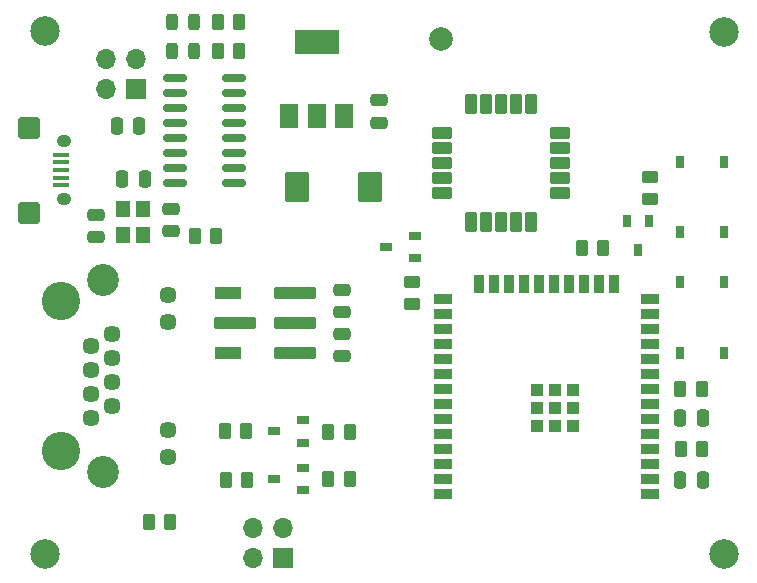
<source format=gts>
G04 #@! TF.GenerationSoftware,KiCad,Pcbnew,7.0.7*
G04 #@! TF.CreationDate,2023-11-16T11:56:59+01:00*
G04 #@! TF.ProjectId,ithowifi_4l,6974686f-7769-4666-995f-346c2e6b6963,rev?*
G04 #@! TF.SameCoordinates,Original*
G04 #@! TF.FileFunction,Soldermask,Top*
G04 #@! TF.FilePolarity,Negative*
%FSLAX46Y46*%
G04 Gerber Fmt 4.6, Leading zero omitted, Abs format (unit mm)*
G04 Created by KiCad (PCBNEW 7.0.7) date 2023-11-16 11:56:59*
%MOMM*%
%LPD*%
G01*
G04 APERTURE LIST*
G04 Aperture macros list*
%AMRoundRect*
0 Rectangle with rounded corners*
0 $1 Rounding radius*
0 $2 $3 $4 $5 $6 $7 $8 $9 X,Y pos of 4 corners*
0 Add a 4 corners polygon primitive as box body*
4,1,4,$2,$3,$4,$5,$6,$7,$8,$9,$2,$3,0*
0 Add four circle primitives for the rounded corners*
1,1,$1+$1,$2,$3*
1,1,$1+$1,$4,$5*
1,1,$1+$1,$6,$7*
1,1,$1+$1,$8,$9*
0 Add four rect primitives between the rounded corners*
20,1,$1+$1,$2,$3,$4,$5,0*
20,1,$1+$1,$4,$5,$6,$7,0*
20,1,$1+$1,$6,$7,$8,$9,0*
20,1,$1+$1,$8,$9,$2,$3,0*%
G04 Aperture macros list end*
%ADD10R,1.500000X0.900000*%
%ADD11R,0.900000X1.500000*%
%ADD12R,1.050000X1.050000*%
%ADD13RoundRect,0.250000X0.262500X0.450000X-0.262500X0.450000X-0.262500X-0.450000X0.262500X-0.450000X0*%
%ADD14R,1.700000X1.700000*%
%ADD15O,1.700000X1.700000*%
%ADD16RoundRect,0.250000X-0.262500X-0.450000X0.262500X-0.450000X0.262500X0.450000X-0.262500X0.450000X0*%
%ADD17RoundRect,0.250000X0.450000X-0.262500X0.450000X0.262500X-0.450000X0.262500X-0.450000X-0.262500X0*%
%ADD18C,2.500000*%
%ADD19R,1.350000X0.400000*%
%ADD20RoundRect,0.273000X-0.677000X0.637000X-0.677000X-0.637000X0.677000X-0.637000X0.677000X0.637000X0*%
%ADD21O,1.250000X1.050000*%
%ADD22RoundRect,0.250000X0.250000X0.475000X-0.250000X0.475000X-0.250000X-0.475000X0.250000X-0.475000X0*%
%ADD23R,1.000000X0.700000*%
%ADD24R,1.500000X2.000000*%
%ADD25R,3.800000X2.000000*%
%ADD26RoundRect,0.101600X-0.400000X0.750000X-0.400000X-0.750000X0.400000X-0.750000X0.400000X0.750000X0*%
%ADD27RoundRect,0.101600X-0.750000X-0.400000X0.750000X-0.400000X0.750000X0.400000X-0.750000X0.400000X0*%
%ADD28RoundRect,0.101600X0.750000X0.400000X-0.750000X0.400000X-0.750000X-0.400000X0.750000X-0.400000X0*%
%ADD29RoundRect,0.105000X1.655000X-0.420000X1.655000X0.420000X-1.655000X0.420000X-1.655000X-0.420000X0*%
%ADD30RoundRect,0.105000X1.005000X-0.420000X1.005000X0.420000X-1.005000X0.420000X-1.005000X-0.420000X0*%
%ADD31C,3.250000*%
%ADD32C,1.446000*%
%ADD33C,2.700000*%
%ADD34RoundRect,0.250000X0.475000X-0.250000X0.475000X0.250000X-0.475000X0.250000X-0.475000X-0.250000X0*%
%ADD35RoundRect,0.250000X-0.475000X0.250000X-0.475000X-0.250000X0.475000X-0.250000X0.475000X0.250000X0*%
%ADD36R,0.700000X1.000000*%
%ADD37RoundRect,0.250000X-0.787500X-1.025000X0.787500X-1.025000X0.787500X1.025000X-0.787500X1.025000X0*%
%ADD38RoundRect,0.250000X-0.450000X0.262500X-0.450000X-0.262500X0.450000X-0.262500X0.450000X0.262500X0*%
%ADD39RoundRect,0.250000X-0.250000X-0.475000X0.250000X-0.475000X0.250000X0.475000X-0.250000X0.475000X0*%
%ADD40R,0.750000X1.000000*%
%ADD41RoundRect,0.243750X-0.243750X-0.456250X0.243750X-0.456250X0.243750X0.456250X-0.243750X0.456250X0*%
%ADD42RoundRect,0.150000X-0.825000X-0.150000X0.825000X-0.150000X0.825000X0.150000X-0.825000X0.150000X0*%
%ADD43R,1.200000X1.400000*%
%ADD44C,2.000000*%
G04 APERTURE END LIST*
D10*
X106743200Y-148615406D03*
X106743200Y-147345406D03*
X106743200Y-146075406D03*
X106743200Y-144805406D03*
X106743200Y-143535406D03*
X106743200Y-142265406D03*
X106743200Y-140995406D03*
X106743200Y-139725406D03*
X106743200Y-138455406D03*
X106743200Y-137185406D03*
X106743200Y-135915406D03*
X106743200Y-134645406D03*
X106743200Y-133375406D03*
X106743200Y-132105406D03*
D11*
X103713200Y-130855406D03*
X102443200Y-130855406D03*
X101173200Y-130855406D03*
X99903200Y-130855406D03*
X98633200Y-130855406D03*
X97363200Y-130855406D03*
X96093200Y-130855406D03*
X94823200Y-130855406D03*
X93553200Y-130855406D03*
X92283200Y-130855406D03*
D10*
X89243200Y-132105406D03*
X89243200Y-133375406D03*
X89243200Y-134645406D03*
X89243200Y-135915406D03*
X89243200Y-137185406D03*
X89243200Y-138455406D03*
X89243200Y-139725406D03*
X89243200Y-140995406D03*
X89243200Y-142265406D03*
X89243200Y-143535406D03*
X89243200Y-144805406D03*
X89243200Y-146075406D03*
X89243200Y-147345406D03*
X89243200Y-148615406D03*
D12*
X100198200Y-142800406D03*
X100198200Y-141275406D03*
X100198200Y-139750406D03*
X98673200Y-142800406D03*
X98673200Y-141275406D03*
X98673200Y-139750406D03*
X97148200Y-142800406D03*
X97148200Y-141275406D03*
X97148200Y-139750406D03*
D13*
X111131500Y-139734000D03*
X109306500Y-139734000D03*
D14*
X75666600Y-154025600D03*
D15*
X73126600Y-154025600D03*
X75666600Y-151485600D03*
X73126600Y-151485600D03*
D16*
X109330000Y-144754600D03*
X111155000Y-144754600D03*
D17*
X86600000Y-132500000D03*
X86600000Y-130675000D03*
D18*
X55482000Y-109381000D03*
D19*
X56853200Y-119868000D03*
X56853200Y-120518000D03*
X56853200Y-121168000D03*
X56853200Y-121818000D03*
X56853200Y-122468000D03*
D20*
X54178200Y-117568000D03*
D21*
X57078200Y-118743000D03*
X57078200Y-123593000D03*
D20*
X54178200Y-124768000D03*
D22*
X111182000Y-147412500D03*
X109282000Y-147412500D03*
D23*
X77338202Y-144234092D03*
X77338202Y-142334092D03*
X74938202Y-143284092D03*
X77338200Y-148296600D03*
X77338200Y-146396600D03*
X74938200Y-147346600D03*
D16*
X79476200Y-147320000D03*
X81301200Y-147320000D03*
X79476200Y-143319500D03*
X81301200Y-143319500D03*
D13*
X72620700Y-147372000D03*
X70795700Y-147372000D03*
X70024000Y-126746000D03*
X68199000Y-126746000D03*
D24*
X76211400Y-116599500D03*
X78511400Y-116599500D03*
D25*
X78511400Y-110299500D03*
D24*
X80811400Y-116599500D03*
D26*
X96640000Y-115600000D03*
X95370010Y-115600000D03*
X94100000Y-115600000D03*
X92830000Y-115600000D03*
X91560000Y-115600000D03*
D27*
X89100000Y-118060000D03*
D28*
X89100000Y-119329990D03*
X89100000Y-120600000D03*
X89100000Y-121870000D03*
X89100000Y-123140000D03*
D26*
X91560000Y-125600000D03*
X92830000Y-125600000D03*
X94100000Y-125600000D03*
X95370010Y-125600000D03*
X96640000Y-125600000D03*
D27*
X99100000Y-123140000D03*
X99100000Y-121870000D03*
X99100000Y-120600000D03*
X99100000Y-119329990D03*
X99100000Y-118060000D03*
D13*
X66103300Y-150977600D03*
X64278300Y-150977600D03*
D29*
X76708000Y-136634500D03*
X76708000Y-134094500D03*
X76708000Y-131554500D03*
D30*
X70978000Y-131554500D03*
D29*
X71628000Y-134094500D03*
D30*
X70978000Y-136634500D03*
D18*
X113013000Y-109508000D03*
X113013000Y-153704000D03*
X55482000Y-153704000D03*
D31*
X56832500Y-132256500D03*
X56832500Y-144956500D03*
D32*
X59372500Y-142176500D03*
X61152500Y-141156500D03*
X59372500Y-140136500D03*
X61152500Y-139116500D03*
X59372500Y-138096500D03*
X61152500Y-137076500D03*
X59372500Y-136056500D03*
X61152500Y-135036500D03*
X65962500Y-145466500D03*
X65962500Y-143176500D03*
X65962500Y-134036500D03*
X65962500Y-131746500D03*
D33*
X60392500Y-130476500D03*
X60392500Y-146736500D03*
D13*
X72568200Y-143243500D03*
X70743200Y-143243500D03*
D34*
X80645000Y-136906000D03*
X80645000Y-135006000D03*
D35*
X80645000Y-131318000D03*
X80645000Y-133218000D03*
D13*
X102775000Y-127750000D03*
X100950000Y-127750000D03*
D23*
X86800000Y-128650000D03*
X86800000Y-126750000D03*
X84400000Y-127700000D03*
D36*
X106650000Y-125500000D03*
X104750000Y-125500000D03*
X105700000Y-127900000D03*
D37*
X76821300Y-122631200D03*
X83046300Y-122631200D03*
D38*
X106700000Y-121775000D03*
X106700000Y-123600000D03*
D39*
X109301200Y-142189200D03*
X111201200Y-142189200D03*
D40*
X109250000Y-130638011D03*
X109250000Y-136638011D03*
X113000000Y-130638011D03*
X113000000Y-136638011D03*
D22*
X63942000Y-121920000D03*
X62042000Y-121920000D03*
D35*
X66167000Y-124460000D03*
X66167000Y-126360000D03*
D14*
X63246000Y-114300000D03*
D15*
X60706000Y-114300000D03*
X63246000Y-111760000D03*
X60706000Y-111760000D03*
D22*
X63500000Y-117475000D03*
X61600000Y-117475000D03*
D41*
X66262000Y-108666000D03*
X68137000Y-108666000D03*
D13*
X71962000Y-111092000D03*
X70137000Y-111092000D03*
X71962000Y-108666000D03*
X70137000Y-108666000D03*
D42*
X66538400Y-113414600D03*
X66538400Y-114684600D03*
X66538400Y-115954600D03*
X66538400Y-117224600D03*
X66538400Y-118494600D03*
X66538400Y-119764600D03*
X66538400Y-121034600D03*
X66538400Y-122304600D03*
X71488400Y-122304600D03*
X71488400Y-121034600D03*
X71488400Y-119764600D03*
X71488400Y-118494600D03*
X71488400Y-117224600D03*
X71488400Y-115954600D03*
X71488400Y-114684600D03*
X71488400Y-113414600D03*
D43*
X62142000Y-124503000D03*
X62142000Y-126703000D03*
X63842000Y-126703000D03*
X63842000Y-124503000D03*
D44*
X89052400Y-110032800D03*
D41*
X66262000Y-111092000D03*
X68137000Y-111092000D03*
D34*
X59817000Y-126868000D03*
X59817000Y-124968000D03*
D40*
X112991593Y-126444000D03*
X112991593Y-120444000D03*
X109241593Y-126444000D03*
X109241593Y-120444000D03*
D34*
X83820000Y-117155000D03*
X83820000Y-115255000D03*
M02*

</source>
